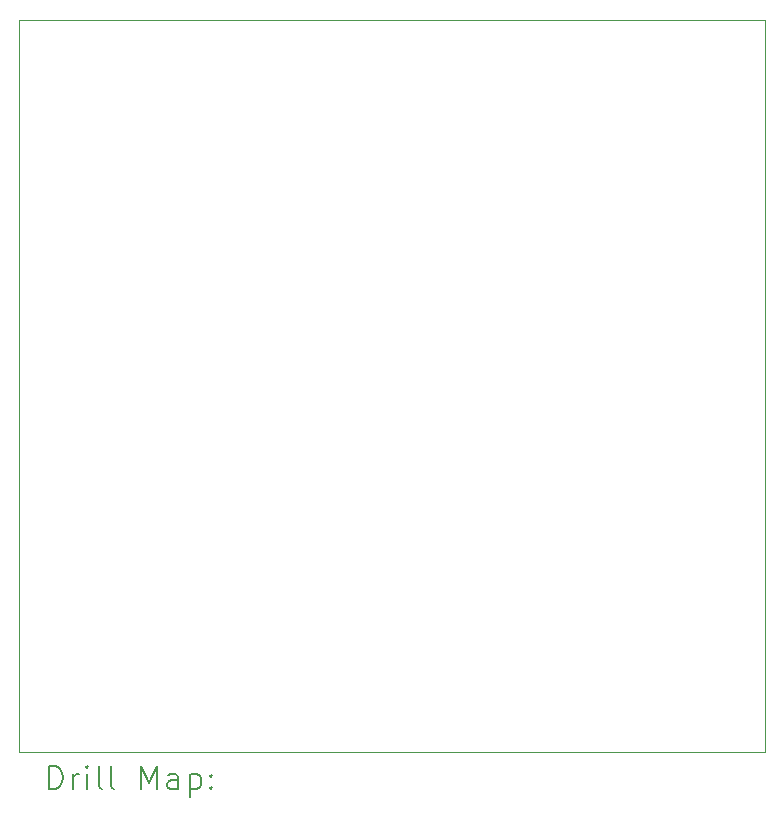
<source format=gbr>
%FSLAX45Y45*%
G04 Gerber Fmt 4.5, Leading zero omitted, Abs format (unit mm)*
G04 Created by KiCad (PCBNEW (6.0.5)) date 2023-04-20 10:53:27*
%MOMM*%
%LPD*%
G01*
G04 APERTURE LIST*
%TA.AperFunction,Profile*%
%ADD10C,0.100000*%
%TD*%
%ADD11C,0.200000*%
G04 APERTURE END LIST*
D10*
X15920000Y-13930000D02*
X9610000Y-13930000D01*
X9610000Y-7730000D01*
X15920000Y-7730000D01*
X15920000Y-13930000D01*
D11*
X9862619Y-14245476D02*
X9862619Y-14045476D01*
X9910238Y-14045476D01*
X9938810Y-14055000D01*
X9957857Y-14074048D01*
X9967381Y-14093095D01*
X9976905Y-14131190D01*
X9976905Y-14159762D01*
X9967381Y-14197857D01*
X9957857Y-14216905D01*
X9938810Y-14235952D01*
X9910238Y-14245476D01*
X9862619Y-14245476D01*
X10062619Y-14245476D02*
X10062619Y-14112143D01*
X10062619Y-14150238D02*
X10072143Y-14131190D01*
X10081667Y-14121667D01*
X10100714Y-14112143D01*
X10119762Y-14112143D01*
X10186429Y-14245476D02*
X10186429Y-14112143D01*
X10186429Y-14045476D02*
X10176905Y-14055000D01*
X10186429Y-14064524D01*
X10195952Y-14055000D01*
X10186429Y-14045476D01*
X10186429Y-14064524D01*
X10310238Y-14245476D02*
X10291190Y-14235952D01*
X10281667Y-14216905D01*
X10281667Y-14045476D01*
X10415000Y-14245476D02*
X10395952Y-14235952D01*
X10386429Y-14216905D01*
X10386429Y-14045476D01*
X10643571Y-14245476D02*
X10643571Y-14045476D01*
X10710238Y-14188333D01*
X10776905Y-14045476D01*
X10776905Y-14245476D01*
X10957857Y-14245476D02*
X10957857Y-14140714D01*
X10948333Y-14121667D01*
X10929286Y-14112143D01*
X10891190Y-14112143D01*
X10872143Y-14121667D01*
X10957857Y-14235952D02*
X10938810Y-14245476D01*
X10891190Y-14245476D01*
X10872143Y-14235952D01*
X10862619Y-14216905D01*
X10862619Y-14197857D01*
X10872143Y-14178809D01*
X10891190Y-14169286D01*
X10938810Y-14169286D01*
X10957857Y-14159762D01*
X11053095Y-14112143D02*
X11053095Y-14312143D01*
X11053095Y-14121667D02*
X11072143Y-14112143D01*
X11110238Y-14112143D01*
X11129286Y-14121667D01*
X11138810Y-14131190D01*
X11148333Y-14150238D01*
X11148333Y-14207381D01*
X11138810Y-14226428D01*
X11129286Y-14235952D01*
X11110238Y-14245476D01*
X11072143Y-14245476D01*
X11053095Y-14235952D01*
X11234048Y-14226428D02*
X11243571Y-14235952D01*
X11234048Y-14245476D01*
X11224524Y-14235952D01*
X11234048Y-14226428D01*
X11234048Y-14245476D01*
X11234048Y-14121667D02*
X11243571Y-14131190D01*
X11234048Y-14140714D01*
X11224524Y-14131190D01*
X11234048Y-14121667D01*
X11234048Y-14140714D01*
M02*

</source>
